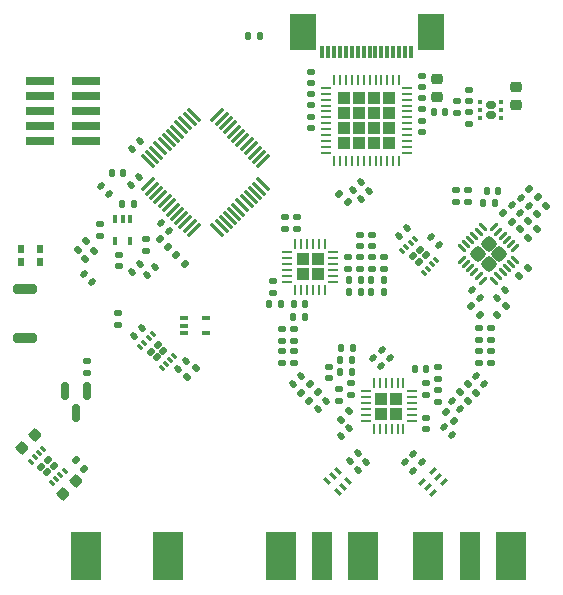
<source format=gbr>
%TF.GenerationSoftware,KiCad,Pcbnew,(6.0.4)*%
%TF.CreationDate,2023-05-19T00:46:40+09:00*%
%TF.ProjectId,RFB,5246422e-6b69-4636-9164-5f7063625858,rev?*%
%TF.SameCoordinates,Original*%
%TF.FileFunction,Paste,Top*%
%TF.FilePolarity,Positive*%
%FSLAX46Y46*%
G04 Gerber Fmt 4.6, Leading zero omitted, Abs format (unit mm)*
G04 Created by KiCad (PCBNEW (6.0.4)) date 2023-05-19 00:46:40*
%MOMM*%
%LPD*%
G01*
G04 APERTURE LIST*
G04 Aperture macros list*
%AMRoundRect*
0 Rectangle with rounded corners*
0 $1 Rounding radius*
0 $2 $3 $4 $5 $6 $7 $8 $9 X,Y pos of 4 corners*
0 Add a 4 corners polygon primitive as box body*
4,1,4,$2,$3,$4,$5,$6,$7,$8,$9,$2,$3,0*
0 Add four circle primitives for the rounded corners*
1,1,$1+$1,$2,$3*
1,1,$1+$1,$4,$5*
1,1,$1+$1,$6,$7*
1,1,$1+$1,$8,$9*
0 Add four rect primitives between the rounded corners*
20,1,$1+$1,$2,$3,$4,$5,0*
20,1,$1+$1,$4,$5,$6,$7,0*
20,1,$1+$1,$6,$7,$8,$9,0*
20,1,$1+$1,$8,$9,$2,$3,0*%
%AMRotRect*
0 Rectangle, with rotation*
0 The origin of the aperture is its center*
0 $1 length*
0 $2 width*
0 $3 Rotation angle, in degrees counterclockwise*
0 Add horizontal line*
21,1,$1,$2,0,0,$3*%
G04 Aperture macros list end*
%ADD10RoundRect,0.075000X-0.415425X-0.521491X0.521491X0.415425X0.415425X0.521491X-0.521491X-0.415425X0*%
%ADD11RoundRect,0.075000X0.415425X-0.521491X0.521491X-0.415425X-0.415425X0.521491X-0.521491X0.415425X0*%
%ADD12R,0.600000X0.750000*%
%ADD13RoundRect,0.135000X0.135000X0.185000X-0.135000X0.185000X-0.135000X-0.185000X0.135000X-0.185000X0*%
%ADD14RoundRect,0.140000X0.021213X-0.219203X0.219203X-0.021213X-0.021213X0.219203X-0.219203X0.021213X0*%
%ADD15RoundRect,0.140000X-0.021213X0.219203X-0.219203X0.021213X0.021213X-0.219203X0.219203X-0.021213X0*%
%ADD16R,1.780000X4.190000*%
%ADD17R,2.665000X4.190000*%
%ADD18RoundRect,0.135000X0.185000X-0.135000X0.185000X0.135000X-0.185000X0.135000X-0.185000X-0.135000X0*%
%ADD19RoundRect,0.135000X-0.135000X-0.185000X0.135000X-0.185000X0.135000X0.185000X-0.135000X0.185000X0*%
%ADD20RoundRect,0.140000X-0.170000X0.140000X-0.170000X-0.140000X0.170000X-0.140000X0.170000X0.140000X0*%
%ADD21RoundRect,0.135000X0.226274X0.035355X0.035355X0.226274X-0.226274X-0.035355X-0.035355X-0.226274X0*%
%ADD22RoundRect,0.140000X0.140000X0.170000X-0.140000X0.170000X-0.140000X-0.170000X0.140000X-0.170000X0*%
%ADD23RoundRect,0.140000X0.226274X0.028284X0.028284X0.226274X-0.226274X-0.028284X-0.028284X-0.226274X0*%
%ADD24RoundRect,0.087500X0.185616X-0.061872X-0.061872X0.185616X-0.185616X0.061872X0.061872X-0.185616X0*%
%ADD25RoundRect,0.135000X-0.185000X0.135000X-0.185000X-0.135000X0.185000X-0.135000X0.185000X0.135000X0*%
%ADD26RoundRect,0.225000X0.017678X-0.335876X0.335876X-0.017678X-0.017678X0.335876X-0.335876X0.017678X0*%
%ADD27RoundRect,0.140000X0.170000X-0.140000X0.170000X0.140000X-0.170000X0.140000X-0.170000X-0.140000X0*%
%ADD28R,2.400000X0.740000*%
%ADD29RoundRect,0.135000X-0.035355X0.226274X-0.226274X0.035355X0.035355X-0.226274X0.226274X-0.035355X0*%
%ADD30RoundRect,0.140000X-0.226274X-0.028284X-0.028284X-0.226274X0.226274X0.028284X0.028284X0.226274X0*%
%ADD31RoundRect,0.087500X-0.185616X0.061872X0.061872X-0.185616X0.185616X-0.061872X-0.061872X0.185616X0*%
%ADD32RoundRect,0.140000X-0.140000X-0.170000X0.140000X-0.170000X0.140000X0.170000X-0.140000X0.170000X0*%
%ADD33RoundRect,0.249999X0.290001X-0.290001X0.290001X0.290001X-0.290001X0.290001X-0.290001X-0.290001X0*%
%ADD34RoundRect,0.062500X0.062500X-0.375000X0.062500X0.375000X-0.062500X0.375000X-0.062500X-0.375000X0*%
%ADD35RoundRect,0.062500X0.375000X-0.062500X0.375000X0.062500X-0.375000X0.062500X-0.375000X-0.062500X0*%
%ADD36R,0.650000X0.400000*%
%ADD37RoundRect,0.140000X-0.219203X-0.021213X-0.021213X-0.219203X0.219203X0.021213X0.021213X0.219203X0*%
%ADD38RoundRect,0.147500X0.017678X-0.226274X0.226274X-0.017678X-0.017678X0.226274X-0.226274X0.017678X0*%
%ADD39RoundRect,0.200000X0.800000X-0.200000X0.800000X0.200000X-0.800000X0.200000X-0.800000X-0.200000X0*%
%ADD40RoundRect,0.249999X0.410123X0.000000X0.000000X0.410123X-0.410123X0.000000X0.000000X-0.410123X0*%
%ADD41RoundRect,0.062500X0.309359X-0.220971X-0.220971X0.309359X-0.309359X0.220971X0.220971X-0.309359X0*%
%ADD42RoundRect,0.062500X0.309359X0.220971X0.220971X0.309359X-0.309359X-0.220971X-0.220971X-0.309359X0*%
%ADD43RoundRect,0.135000X0.035355X-0.226274X0.226274X-0.035355X-0.035355X0.226274X-0.226274X0.035355X0*%
%ADD44RoundRect,0.147500X0.226274X0.017678X0.017678X0.226274X-0.226274X-0.017678X-0.017678X-0.226274X0*%
%ADD45RoundRect,0.140000X0.219203X0.021213X0.021213X0.219203X-0.219203X-0.021213X-0.021213X-0.219203X0*%
%ADD46RoundRect,0.160000X-0.245000X-0.160000X0.245000X-0.160000X0.245000X0.160000X-0.245000X0.160000X0*%
%ADD47RoundRect,0.093750X-0.093750X-0.106250X0.093750X-0.106250X0.093750X0.106250X-0.093750X0.106250X0*%
%ADD48RotRect,0.350000X0.700000X135.000000*%
%ADD49RoundRect,0.225000X0.250000X-0.225000X0.250000X0.225000X-0.250000X0.225000X-0.250000X-0.225000X0*%
%ADD50RoundRect,0.249999X0.290001X0.290001X-0.290001X0.290001X-0.290001X-0.290001X0.290001X-0.290001X0*%
%ADD51RoundRect,0.062500X0.375000X0.062500X-0.375000X0.062500X-0.375000X-0.062500X0.375000X-0.062500X0*%
%ADD52RoundRect,0.062500X0.062500X0.375000X-0.062500X0.375000X-0.062500X-0.375000X0.062500X-0.375000X0*%
%ADD53RoundRect,0.150000X-0.150000X0.587500X-0.150000X-0.587500X0.150000X-0.587500X0.150000X0.587500X0*%
%ADD54R,0.400000X0.650000*%
%ADD55RoundRect,0.250000X-0.292217X-0.292217X0.292217X-0.292217X0.292217X0.292217X-0.292217X0.292217X0*%
%ADD56RoundRect,0.062500X-0.375000X-0.062500X0.375000X-0.062500X0.375000X0.062500X-0.375000X0.062500X0*%
%ADD57RoundRect,0.062500X-0.062500X-0.375000X0.062500X-0.375000X0.062500X0.375000X-0.062500X0.375000X0*%
%ADD58RoundRect,0.135000X-0.226274X-0.035355X-0.035355X-0.226274X0.226274X0.035355X0.035355X0.226274X0*%
%ADD59RotRect,0.350000X0.700000X45.000000*%
%ADD60R,0.300000X1.100000*%
%ADD61R,2.300000X3.100000*%
G04 APERTURE END LIST*
D10*
%TO.C,U11*%
X45200924Y-72575988D03*
X45554478Y-72929542D03*
X45908031Y-73283095D03*
X46261585Y-73636649D03*
X46615138Y-73990202D03*
X46968691Y-74343755D03*
X47322245Y-74697309D03*
X47675798Y-75050862D03*
X48029351Y-75404415D03*
X48382905Y-75757969D03*
X48736458Y-76111522D03*
X49090012Y-76465076D03*
D11*
X51087588Y-76465076D03*
X51441142Y-76111522D03*
X51794695Y-75757969D03*
X52148249Y-75404415D03*
X52501802Y-75050862D03*
X52855355Y-74697309D03*
X53208909Y-74343755D03*
X53562462Y-73990202D03*
X53916015Y-73636649D03*
X54269569Y-73283095D03*
X54623122Y-72929542D03*
X54976676Y-72575988D03*
D10*
X54976676Y-70578412D03*
X54623122Y-70224858D03*
X54269569Y-69871305D03*
X53916015Y-69517751D03*
X53562462Y-69164198D03*
X53208909Y-68810645D03*
X52855355Y-68457091D03*
X52501802Y-68103538D03*
X52148249Y-67749985D03*
X51794695Y-67396431D03*
X51441142Y-67042878D03*
X51087588Y-66689324D03*
D11*
X49090012Y-66689324D03*
X48736458Y-67042878D03*
X48382905Y-67396431D03*
X48029351Y-67749985D03*
X47675798Y-68103538D03*
X47322245Y-68457091D03*
X46968691Y-68810645D03*
X46615138Y-69164198D03*
X46261585Y-69517751D03*
X45908031Y-69871305D03*
X45554478Y-70224858D03*
X45200924Y-70578412D03*
%TD*%
D12*
%TO.C,U1*%
X34442400Y-79158800D03*
X36092400Y-79158800D03*
X36092400Y-78028800D03*
X34442400Y-78028800D03*
%TD*%
D13*
%TO.C,R9*%
X44045600Y-74269600D03*
X43025600Y-74269600D03*
%TD*%
D14*
%TO.C,C74*%
X61563878Y-93896822D03*
X62242700Y-93218000D03*
%TD*%
D15*
%TO.C,C31*%
X44577000Y-79298800D03*
X43898178Y-79977622D03*
%TD*%
D16*
%TO.C,J1*%
X72453500Y-104038400D03*
D17*
X75946000Y-104038400D03*
X68961000Y-104038400D03*
%TD*%
D18*
%TO.C,R31*%
X73266300Y-85777800D03*
X73266300Y-84757800D03*
%TD*%
D19*
%TO.C,R21*%
X62207500Y-81677200D03*
X63227500Y-81677200D03*
%TD*%
D20*
%TO.C,C55*%
X64192700Y-76851200D03*
X64192700Y-77811200D03*
%TD*%
D21*
%TO.C,R46*%
X39827200Y-96647000D03*
X39105952Y-95925752D03*
%TD*%
D22*
%TO.C,C65*%
X68745100Y-88188800D03*
X67785100Y-88188800D03*
%TD*%
D20*
%TO.C,C53*%
X55778400Y-80774600D03*
X55778400Y-81734600D03*
%TD*%
D16*
%TO.C,J2*%
X59931300Y-104038400D03*
D17*
X56438800Y-104038400D03*
X63423800Y-104038400D03*
%TD*%
D20*
%TO.C,C12*%
X72374700Y-64567400D03*
X72374700Y-65527400D03*
%TD*%
D23*
%TO.C,U10*%
X36677600Y-96951800D03*
X36748310Y-95891140D03*
X37243285Y-96386115D03*
X36182625Y-96456825D03*
D24*
X37093025Y-97862200D03*
X37446578Y-97508647D03*
X37800132Y-97155093D03*
X38153685Y-96801540D03*
X36332885Y-94980740D03*
X35979332Y-95334293D03*
X35625778Y-95687847D03*
X35272225Y-96041400D03*
%TD*%
D25*
%TO.C,R6*%
X45034200Y-77163200D03*
X45034200Y-78183200D03*
%TD*%
D26*
%TO.C,C89*%
X38024072Y-98810218D03*
X39120088Y-97714202D03*
%TD*%
D20*
%TO.C,C35*%
X59055000Y-63020000D03*
X59055000Y-63980000D03*
%TD*%
%TO.C,C36*%
X59055000Y-64925000D03*
X59055000Y-65885000D03*
%TD*%
D15*
%TO.C,C61*%
X62968401Y-95348055D03*
X62289579Y-96026877D03*
%TD*%
D20*
%TO.C,C72*%
X60502800Y-88039000D03*
X60502800Y-88999000D03*
%TD*%
D18*
%TO.C,R71*%
X72374700Y-67485800D03*
X72374700Y-66465800D03*
%TD*%
D27*
%TO.C,C79*%
X73266300Y-87655400D03*
X73266300Y-86695400D03*
%TD*%
D28*
%TO.C,J8*%
X36048400Y-63779400D03*
X39948400Y-63779400D03*
X36048400Y-65049400D03*
X39948400Y-65049400D03*
X36048400Y-66319400D03*
X39948400Y-66319400D03*
X36048400Y-67589400D03*
X39948400Y-67589400D03*
X36048400Y-68859400D03*
X39948400Y-68859400D03*
%TD*%
D18*
%TO.C,R13*%
X57619900Y-85800000D03*
X57619900Y-84780000D03*
%TD*%
D29*
%TO.C,R62*%
X39984624Y-77388776D03*
X39263376Y-78110024D03*
%TD*%
D20*
%TO.C,C15*%
X42697400Y-83489800D03*
X42697400Y-84449800D03*
%TD*%
D21*
%TO.C,R11*%
X62146124Y-74071424D03*
X61424876Y-73350176D03*
%TD*%
D30*
%TO.C,U22*%
X45964045Y-87220530D03*
X46529730Y-86654845D03*
X46034755Y-86159870D03*
X45469070Y-86725555D03*
D31*
X45619330Y-85249470D03*
X45265777Y-85603023D03*
X44912223Y-85956577D03*
X44558670Y-86310130D03*
X46379470Y-88130930D03*
X46733023Y-87777377D03*
X47086577Y-87423823D03*
X47440130Y-87070270D03*
%TD*%
D18*
%TO.C,R17*%
X62160700Y-79696000D03*
X62160700Y-78676000D03*
%TD*%
D19*
%TO.C,R15*%
X57529000Y-83769200D03*
X58549000Y-83769200D03*
%TD*%
%TO.C,R25*%
X61567600Y-86410800D03*
X62587600Y-86410800D03*
%TD*%
D15*
%TO.C,C40*%
X63293311Y-72380789D03*
X62614489Y-73059611D03*
%TD*%
D32*
%TO.C,C82*%
X73621900Y-74142600D03*
X74581900Y-74142600D03*
%TD*%
D33*
%TO.C,U7*%
X59569700Y-80168600D03*
X59569700Y-78918600D03*
X58319700Y-78918600D03*
X58319700Y-80168600D03*
D34*
X57694700Y-81481100D03*
X58194700Y-81481100D03*
X58694700Y-81481100D03*
X59194700Y-81481100D03*
X59694700Y-81481100D03*
X60194700Y-81481100D03*
D35*
X60882200Y-80793600D03*
X60882200Y-80293600D03*
X60882200Y-79793600D03*
X60882200Y-79293600D03*
X60882200Y-78793600D03*
X60882200Y-78293600D03*
D34*
X60194700Y-77606100D03*
X59694700Y-77606100D03*
X59194700Y-77606100D03*
X58694700Y-77606100D03*
X58194700Y-77606100D03*
X57694700Y-77606100D03*
D35*
X57007200Y-78293600D03*
X57007200Y-78793600D03*
X57007200Y-79293600D03*
X57007200Y-79793600D03*
X57007200Y-80293600D03*
X57007200Y-80793600D03*
%TD*%
D36*
%TO.C,U12*%
X48249800Y-83881200D03*
X48249800Y-84531200D03*
X48249800Y-85181200D03*
X50149800Y-85181200D03*
X50149800Y-83881200D03*
%TD*%
D27*
%TO.C,C44*%
X68409800Y-68130900D03*
X68409800Y-67170900D03*
%TD*%
D15*
%TO.C,C143*%
X44697022Y-84690578D03*
X44018200Y-85369400D03*
%TD*%
D27*
%TO.C,C51*%
X56603900Y-87670400D03*
X56603900Y-86710400D03*
%TD*%
D20*
%TO.C,C57*%
X63176700Y-78730800D03*
X63176700Y-79690800D03*
%TD*%
D37*
%TO.C,C6*%
X41265789Y-72736389D03*
X41944611Y-73415211D03*
%TD*%
D19*
%TO.C,R20*%
X64137900Y-80661200D03*
X65157900Y-80661200D03*
%TD*%
D38*
%TO.C,L7*%
X71608464Y-90162638D03*
X72294358Y-89476744D03*
%TD*%
D20*
%TO.C,C45*%
X68409800Y-63360900D03*
X68409800Y-64320900D03*
%TD*%
D37*
%TO.C,C101*%
X46320389Y-75860589D03*
X46999211Y-76539411D03*
%TD*%
D30*
%TO.C,U20*%
X68150945Y-79145376D03*
X68221655Y-78084716D03*
X68716630Y-78579691D03*
X67655970Y-78650401D03*
D31*
X67806230Y-77174316D03*
X67452677Y-77527869D03*
X67099123Y-77881423D03*
X66745570Y-78234976D03*
X68566370Y-80055776D03*
X68919923Y-79702223D03*
X69273477Y-79348669D03*
X69627030Y-78995116D03*
%TD*%
D37*
%TO.C,C86*%
X76830692Y-73682832D03*
X77509514Y-74361654D03*
%TD*%
D15*
%TO.C,C41*%
X63953711Y-73142789D03*
X63274889Y-73821611D03*
%TD*%
D18*
%TO.C,R70*%
X71358700Y-66524600D03*
X71358700Y-65504600D03*
%TD*%
D37*
%TO.C,C81*%
X72622089Y-81499389D03*
X73300911Y-82178211D03*
%TD*%
D39*
%TO.C,SW1*%
X34823400Y-85589800D03*
X34823400Y-81389800D03*
%TD*%
D40*
%TO.C,U9*%
X74937583Y-78465717D03*
X74053700Y-77581834D03*
X73169817Y-78465717D03*
X74053700Y-79349600D03*
D41*
X74539836Y-80719620D03*
X74893389Y-80366066D03*
X75246943Y-80012513D03*
X75600496Y-79658960D03*
X75954049Y-79305406D03*
X76307603Y-78951853D03*
D42*
X76307603Y-77979581D03*
X75954049Y-77626028D03*
X75600496Y-77272474D03*
X75246943Y-76918921D03*
X74893389Y-76565368D03*
X74539836Y-76211814D03*
D41*
X73567564Y-76211814D03*
X73214011Y-76565368D03*
X72860457Y-76918921D03*
X72506904Y-77272474D03*
X72153351Y-77626028D03*
X71799797Y-77979581D03*
D42*
X71799797Y-78951853D03*
X72153351Y-79305406D03*
X72506904Y-79658960D03*
X72860457Y-80012513D03*
X73214011Y-80366066D03*
X73567564Y-80719620D03*
%TD*%
D15*
%TO.C,C47*%
X60261500Y-90881200D03*
X59582678Y-91560022D03*
%TD*%
D37*
%TO.C,C85*%
X76009500Y-74295000D03*
X76688322Y-74973822D03*
%TD*%
D43*
%TO.C,R54*%
X48559776Y-88854224D03*
X49281024Y-88132976D03*
%TD*%
D32*
%TO.C,C2*%
X42166600Y-71602600D03*
X43126600Y-71602600D03*
%TD*%
D19*
%TO.C,R16*%
X55446200Y-82727800D03*
X56466200Y-82727800D03*
%TD*%
D44*
%TO.C,L4*%
X59579001Y-90162781D03*
X58893107Y-89476887D03*
%TD*%
D32*
%TO.C,C52*%
X57559000Y-82727800D03*
X58519000Y-82727800D03*
%TD*%
D20*
%TO.C,C58*%
X64192700Y-78736000D03*
X64192700Y-79696000D03*
%TD*%
D43*
%TO.C,R39*%
X76644500Y-80365600D03*
X77365748Y-79644352D03*
%TD*%
D27*
%TO.C,C16*%
X42773600Y-79496800D03*
X42773600Y-78536800D03*
%TD*%
D25*
%TO.C,R42*%
X57855900Y-75348600D03*
X57855900Y-76368600D03*
%TD*%
D45*
%TO.C,C123*%
X69837300Y-77698600D03*
X69158478Y-77019778D03*
%TD*%
%TO.C,C77*%
X73693156Y-89478017D03*
X73014334Y-88799195D03*
%TD*%
D46*
%TO.C,IC9*%
X74255800Y-66656200D03*
X74255800Y-65856200D03*
D47*
X73368300Y-65606200D03*
X73368300Y-66256200D03*
X73368300Y-66906200D03*
X75143300Y-66906200D03*
X75143300Y-66256200D03*
X75143300Y-65606200D03*
%TD*%
D15*
%TO.C,C129*%
X47768189Y-88223411D03*
X48447011Y-87544589D03*
%TD*%
D32*
%TO.C,C83*%
X73878500Y-73152000D03*
X74838500Y-73152000D03*
%TD*%
D20*
%TO.C,C66*%
X62444500Y-89417200D03*
X62444500Y-90377200D03*
%TD*%
D45*
%TO.C,C71*%
X70947922Y-93820622D03*
X70269100Y-93141800D03*
%TD*%
D48*
%TO.C,FL2*%
X70241003Y-97782278D03*
X69781384Y-97322658D03*
X69321764Y-96863039D03*
X68437881Y-97746922D03*
X68897500Y-98206542D03*
X69357120Y-98666161D03*
%TD*%
D37*
%TO.C,C64*%
X64299857Y-87288599D03*
X64978679Y-87967421D03*
%TD*%
D25*
%TO.C,R28*%
X69735700Y-89939400D03*
X69735700Y-90959400D03*
%TD*%
D45*
%TO.C,C63*%
X65697100Y-87249000D03*
X65018278Y-86570178D03*
%TD*%
D18*
%TO.C,R30*%
X74282300Y-85777800D03*
X74282300Y-84757800D03*
%TD*%
D15*
%TO.C,C133*%
X67188722Y-76285224D03*
X66509900Y-76964046D03*
%TD*%
D49*
%TO.C,C120*%
X76403200Y-65849800D03*
X76403200Y-64299800D03*
%TD*%
D43*
%TO.C,R38*%
X77426876Y-77068624D03*
X78148124Y-76347376D03*
%TD*%
D45*
%TO.C,C60*%
X68374597Y-96070916D03*
X67695775Y-95392094D03*
%TD*%
D14*
%TO.C,C62*%
X63011678Y-96741622D03*
X63690500Y-96062800D03*
%TD*%
D50*
%TO.C,U8*%
X66219100Y-91967400D03*
X64969100Y-91967400D03*
X64969100Y-90717400D03*
X66219100Y-90717400D03*
D51*
X67531600Y-92592400D03*
X67531600Y-92092400D03*
X67531600Y-91592400D03*
X67531600Y-91092400D03*
X67531600Y-90592400D03*
X67531600Y-90092400D03*
D52*
X66844100Y-89404900D03*
X66344100Y-89404900D03*
X65844100Y-89404900D03*
X65344100Y-89404900D03*
X64844100Y-89404900D03*
X64344100Y-89404900D03*
D51*
X63656600Y-90092400D03*
X63656600Y-90592400D03*
X63656600Y-91092400D03*
X63656600Y-91592400D03*
X63656600Y-92092400D03*
X63656600Y-92592400D03*
D52*
X64344100Y-93279900D03*
X64844100Y-93279900D03*
X65344100Y-93279900D03*
X65844100Y-93279900D03*
X66344100Y-93279900D03*
X66844100Y-93279900D03*
%TD*%
D29*
%TO.C,R8*%
X40645024Y-78176176D03*
X39923776Y-78897424D03*
%TD*%
D25*
%TO.C,R40*%
X72301100Y-73023000D03*
X72301100Y-74043000D03*
%TD*%
D44*
%TO.C,L5*%
X58860581Y-90881200D03*
X58174687Y-90195306D03*
%TD*%
D19*
%TO.C,R24*%
X61476700Y-87426800D03*
X62496700Y-87426800D03*
%TD*%
D18*
%TO.C,R43*%
X56839900Y-76368600D03*
X56839900Y-75348600D03*
%TD*%
D13*
%TO.C,R22*%
X65159900Y-81677200D03*
X64139900Y-81677200D03*
%TD*%
D18*
%TO.C,R14*%
X56603900Y-85798000D03*
X56603900Y-84778000D03*
%TD*%
D14*
%TO.C,C14*%
X45168178Y-80206222D03*
X45847000Y-79527400D03*
%TD*%
%TO.C,C94*%
X43821978Y-69563622D03*
X44500800Y-68884800D03*
%TD*%
D18*
%TO.C,R45*%
X40081200Y-88544401D03*
X40081200Y-87524401D03*
%TD*%
D27*
%TO.C,C78*%
X74282300Y-87655400D03*
X74282300Y-86695400D03*
%TD*%
D21*
%TO.C,R35*%
X78229348Y-73644648D03*
X77508100Y-72923400D03*
%TD*%
D38*
%TO.C,L6*%
X72328581Y-90879362D03*
X73014475Y-90193468D03*
%TD*%
D45*
%TO.C,C18*%
X40462200Y-80822800D03*
X39783378Y-80143978D03*
%TD*%
D43*
%TO.C,R37*%
X78168500Y-75082400D03*
X78889748Y-74361152D03*
%TD*%
D13*
%TO.C,R19*%
X63229500Y-80661200D03*
X62209500Y-80661200D03*
%TD*%
D15*
%TO.C,C49*%
X58176242Y-88799619D03*
X57497420Y-89478441D03*
%TD*%
D32*
%TO.C,C130*%
X69408100Y-66446400D03*
X70368100Y-66446400D03*
%TD*%
D53*
%TO.C,Q1*%
X40066000Y-90045300D03*
X38166000Y-90045300D03*
X39116000Y-91920300D03*
%TD*%
D29*
%TO.C,R36*%
X77431900Y-75641200D03*
X76710652Y-76362448D03*
%TD*%
D54*
%TO.C,U5*%
X43728397Y-75472400D03*
X43078397Y-75472400D03*
X42428397Y-75472400D03*
X42428397Y-77372400D03*
X43728397Y-77372400D03*
%TD*%
D14*
%TO.C,C80*%
X74790300Y-82194400D03*
X75469122Y-81515578D03*
%TD*%
D20*
%TO.C,C37*%
X59055000Y-66830000D03*
X59055000Y-67790000D03*
%TD*%
D22*
%TO.C,C67*%
X62456000Y-88442800D03*
X61496000Y-88442800D03*
%TD*%
D21*
%TO.C,R34*%
X76009500Y-75717400D03*
X75288252Y-74996152D03*
%TD*%
D43*
%TO.C,R32*%
X74790300Y-83616800D03*
X75511548Y-82895552D03*
%TD*%
D49*
%TO.C,C139*%
X69684900Y-65164000D03*
X69684900Y-63614000D03*
%TD*%
D18*
%TO.C,R41*%
X71263700Y-74043000D03*
X71263700Y-73023000D03*
%TD*%
D55*
%TO.C,IC3*%
X65648700Y-65230400D03*
X63098700Y-69055400D03*
X61823700Y-67780400D03*
X61823700Y-65230400D03*
X63098700Y-65230400D03*
X64373700Y-69055400D03*
X64373700Y-66505400D03*
X63098700Y-66505400D03*
X65648700Y-69055400D03*
X64373700Y-65230400D03*
X65648700Y-66505400D03*
X65648700Y-67780400D03*
X61823700Y-69055400D03*
X64373700Y-67780400D03*
X63098700Y-67780400D03*
X61823700Y-66505400D03*
D56*
X60298700Y-64392900D03*
X60298700Y-64892900D03*
X60298700Y-65392900D03*
X60298700Y-65892900D03*
X60298700Y-66392900D03*
X60298700Y-66892900D03*
X60298700Y-67392900D03*
X60298700Y-67892900D03*
X60298700Y-68392900D03*
X60298700Y-68892900D03*
X60298700Y-69392900D03*
X60298700Y-69892900D03*
D57*
X60986200Y-70580400D03*
X61486200Y-70580400D03*
X61986200Y-70580400D03*
X62486200Y-70580400D03*
X62986200Y-70580400D03*
X63486200Y-70580400D03*
X63986200Y-70580400D03*
X64486200Y-70580400D03*
X64986200Y-70580400D03*
X65486200Y-70580400D03*
X65986200Y-70580400D03*
X66486200Y-70580400D03*
D56*
X67173700Y-69892900D03*
X67173700Y-69392900D03*
X67173700Y-68892900D03*
X67173700Y-68392900D03*
X67173700Y-67892900D03*
X67173700Y-67392900D03*
X67173700Y-66892900D03*
X67173700Y-66392900D03*
X67173700Y-65892900D03*
X67173700Y-65392900D03*
X67173700Y-64892900D03*
X67173700Y-64392900D03*
D57*
X66486200Y-63705400D03*
X65986200Y-63705400D03*
X65486200Y-63705400D03*
X64986200Y-63705400D03*
X64486200Y-63705400D03*
X63986200Y-63705400D03*
X63486200Y-63705400D03*
X62986200Y-63705400D03*
X62486200Y-63705400D03*
X61986200Y-63705400D03*
X61486200Y-63705400D03*
X60986200Y-63705400D03*
%TD*%
D58*
%TO.C,R33*%
X72570452Y-82870152D03*
X73291700Y-83591400D03*
%TD*%
D22*
%TO.C,C92*%
X54683600Y-59969400D03*
X53723600Y-59969400D03*
%TD*%
D29*
%TO.C,R27*%
X62242700Y-91770200D03*
X61521452Y-92491448D03*
%TD*%
D20*
%TO.C,C46*%
X68409800Y-65263300D03*
X68409800Y-66223300D03*
%TD*%
D25*
%TO.C,R29*%
X61429900Y-89914000D03*
X61429900Y-90934000D03*
%TD*%
D37*
%TO.C,C59*%
X66981032Y-96114191D03*
X67659854Y-96793013D03*
%TD*%
D20*
%TO.C,C73*%
X69735700Y-88064400D03*
X69735700Y-89024400D03*
%TD*%
D25*
%TO.C,R10*%
X41122600Y-75916600D03*
X41122600Y-76936600D03*
%TD*%
D45*
%TO.C,C75*%
X71608322Y-91560022D03*
X70929500Y-90881200D03*
%TD*%
D18*
%TO.C,R18*%
X65208700Y-79696000D03*
X65208700Y-78676000D03*
%TD*%
D59*
%TO.C,FL3*%
X61272661Y-98607639D03*
X61732281Y-98148020D03*
X62191900Y-97688400D03*
X61308017Y-96804517D03*
X60848397Y-97264136D03*
X60388778Y-97723756D03*
%TD*%
D20*
%TO.C,C68*%
X68743700Y-89417200D03*
X68743700Y-90377200D03*
%TD*%
D27*
%TO.C,C50*%
X57619900Y-87675600D03*
X57619900Y-86715600D03*
%TD*%
D26*
%TO.C,C88*%
X34580192Y-94858208D03*
X35676208Y-93762192D03*
%TD*%
D58*
%TO.C,R26*%
X70411452Y-91861752D03*
X71132700Y-92583000D03*
%TD*%
D60*
%TO.C,J4*%
X67478600Y-61395600D03*
X66978600Y-61395600D03*
X66478600Y-61395600D03*
X65978600Y-61395600D03*
X65478600Y-61395600D03*
X64978600Y-61395600D03*
X64478600Y-61395600D03*
X63978600Y-61395600D03*
X63478600Y-61395600D03*
X62978600Y-61395600D03*
X62478600Y-61395600D03*
X61978600Y-61395600D03*
X61478600Y-61395600D03*
X60978600Y-61395600D03*
X60478600Y-61395600D03*
X59978600Y-61395600D03*
D61*
X58308600Y-59695600D03*
X69148600Y-59695600D03*
%TD*%
D27*
%TO.C,C70*%
X68745100Y-93314400D03*
X68745100Y-92354400D03*
%TD*%
D20*
%TO.C,C54*%
X63176700Y-76851200D03*
X63176700Y-77811200D03*
%TD*%
D58*
%TO.C,R53*%
X47619976Y-78582576D03*
X48341224Y-79303824D03*
%TD*%
D17*
%TO.C,J3*%
X46926500Y-104038400D03*
X39941500Y-104038400D03*
%TD*%
D44*
%TO.C,D1*%
X46926547Y-77889147D03*
X46240653Y-77203253D03*
%TD*%
D15*
%TO.C,C93*%
X44450000Y-71958200D03*
X43771178Y-72637022D03*
%TD*%
M02*

</source>
